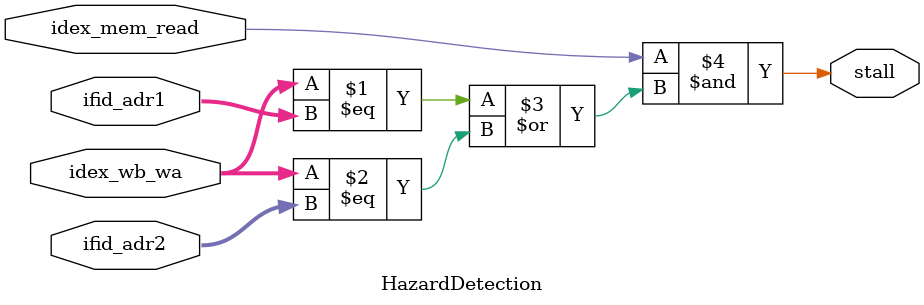
<source format=sv>
`timescale 1ns / 1ps

module HazardDetection(
    input idex_mem_read,
    input [4:0] idex_wb_wa,
    input [4:0] ifid_adr1,
    input [4:0] ifid_adr2,
    output stall
    );
    
    assign stall = idex_mem_read & (
        idex_wb_wa == ifid_adr1 | idex_wb_wa == ifid_adr2
    );
    
endmodule

</source>
